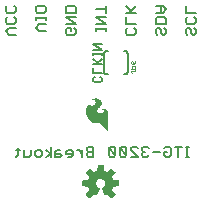
<source format=gbr>
G04 EAGLE Gerber RS-274X export*
G75*
%MOMM*%
%FSLAX34Y34*%
%LPD*%
%INSilkscreen Bottom*%
%IPPOS*%
%AMOC8*
5,1,8,0,0,1.08239X$1,22.5*%
G01*
%ADD10C,0.152400*%
%ADD11C,0.127000*%
%ADD12C,0.203200*%
%ADD13C,0.025400*%

G36*
X98220Y24784D02*
X98220Y24784D01*
X98328Y24794D01*
X98341Y24800D01*
X98355Y24802D01*
X98452Y24850D01*
X98551Y24895D01*
X98564Y24906D01*
X98573Y24910D01*
X98588Y24926D01*
X98665Y24988D01*
X101250Y27573D01*
X101313Y27662D01*
X101379Y27747D01*
X101384Y27760D01*
X101392Y27772D01*
X101423Y27875D01*
X101459Y27978D01*
X101459Y27992D01*
X101463Y28005D01*
X101459Y28113D01*
X101460Y28222D01*
X101455Y28235D01*
X101455Y28249D01*
X101417Y28351D01*
X101382Y28453D01*
X101373Y28468D01*
X101369Y28477D01*
X101355Y28494D01*
X101301Y28576D01*
X98537Y31966D01*
X99094Y33048D01*
X99100Y33068D01*
X99142Y33163D01*
X99513Y34322D01*
X103864Y34765D01*
X103968Y34793D01*
X104074Y34818D01*
X104086Y34825D01*
X104099Y34828D01*
X104189Y34889D01*
X104282Y34946D01*
X104290Y34957D01*
X104302Y34965D01*
X104368Y35051D01*
X104437Y35135D01*
X104441Y35148D01*
X104450Y35159D01*
X104484Y35262D01*
X104523Y35363D01*
X104524Y35381D01*
X104528Y35390D01*
X104528Y35412D01*
X104537Y35510D01*
X104537Y39166D01*
X104520Y39273D01*
X104506Y39381D01*
X104500Y39393D01*
X104498Y39407D01*
X104446Y39503D01*
X104399Y39600D01*
X104389Y39610D01*
X104383Y39622D01*
X104303Y39696D01*
X104227Y39773D01*
X104215Y39779D01*
X104205Y39789D01*
X104106Y39834D01*
X104009Y39882D01*
X103991Y39886D01*
X103982Y39890D01*
X103961Y39892D01*
X103864Y39911D01*
X99513Y40354D01*
X99142Y41513D01*
X99133Y41531D01*
X99131Y41538D01*
X99127Y41545D01*
X99094Y41628D01*
X98537Y42710D01*
X101301Y46100D01*
X101355Y46194D01*
X101412Y46286D01*
X101415Y46299D01*
X101422Y46311D01*
X101443Y46418D01*
X101468Y46523D01*
X101466Y46537D01*
X101469Y46551D01*
X101454Y46658D01*
X101444Y46766D01*
X101438Y46779D01*
X101436Y46793D01*
X101388Y46890D01*
X101343Y46989D01*
X101332Y47002D01*
X101328Y47011D01*
X101312Y47026D01*
X101250Y47103D01*
X98665Y49688D01*
X98576Y49751D01*
X98491Y49817D01*
X98478Y49822D01*
X98466Y49830D01*
X98363Y49861D01*
X98260Y49897D01*
X98246Y49897D01*
X98233Y49901D01*
X98125Y49897D01*
X98016Y49898D01*
X98003Y49893D01*
X97989Y49893D01*
X97887Y49855D01*
X97785Y49820D01*
X97770Y49811D01*
X97761Y49807D01*
X97744Y49793D01*
X97662Y49739D01*
X94272Y46975D01*
X93190Y47532D01*
X93170Y47538D01*
X93075Y47580D01*
X91916Y47951D01*
X91473Y52302D01*
X91445Y52406D01*
X91420Y52512D01*
X91413Y52524D01*
X91410Y52537D01*
X91349Y52627D01*
X91292Y52720D01*
X91281Y52728D01*
X91273Y52740D01*
X91187Y52806D01*
X91103Y52875D01*
X91090Y52879D01*
X91079Y52888D01*
X90976Y52922D01*
X90875Y52961D01*
X90857Y52962D01*
X90848Y52966D01*
X90826Y52966D01*
X90728Y52975D01*
X87072Y52975D01*
X86965Y52958D01*
X86857Y52944D01*
X86845Y52938D01*
X86831Y52936D01*
X86735Y52884D01*
X86638Y52837D01*
X86628Y52827D01*
X86616Y52821D01*
X86542Y52741D01*
X86465Y52665D01*
X86459Y52653D01*
X86449Y52643D01*
X86404Y52544D01*
X86356Y52447D01*
X86352Y52429D01*
X86348Y52420D01*
X86346Y52399D01*
X86327Y52302D01*
X85884Y47951D01*
X84725Y47580D01*
X84707Y47570D01*
X84610Y47532D01*
X83528Y46975D01*
X80138Y49739D01*
X80044Y49793D01*
X79952Y49850D01*
X79939Y49853D01*
X79927Y49860D01*
X79820Y49881D01*
X79715Y49906D01*
X79701Y49904D01*
X79687Y49907D01*
X79580Y49892D01*
X79472Y49882D01*
X79459Y49876D01*
X79446Y49874D01*
X79348Y49826D01*
X79249Y49781D01*
X79236Y49770D01*
X79227Y49766D01*
X79212Y49750D01*
X79135Y49688D01*
X76550Y47103D01*
X76487Y47014D01*
X76421Y46929D01*
X76416Y46916D01*
X76408Y46904D01*
X76377Y46801D01*
X76341Y46698D01*
X76341Y46684D01*
X76337Y46671D01*
X76341Y46563D01*
X76340Y46454D01*
X76345Y46441D01*
X76345Y46427D01*
X76383Y46325D01*
X76418Y46223D01*
X76427Y46208D01*
X76431Y46199D01*
X76445Y46182D01*
X76499Y46100D01*
X79263Y42710D01*
X78706Y41628D01*
X78700Y41608D01*
X78658Y41513D01*
X78287Y40354D01*
X73936Y39911D01*
X73832Y39883D01*
X73726Y39858D01*
X73714Y39851D01*
X73701Y39848D01*
X73611Y39787D01*
X73518Y39730D01*
X73510Y39719D01*
X73498Y39711D01*
X73432Y39625D01*
X73364Y39541D01*
X73359Y39528D01*
X73350Y39517D01*
X73316Y39414D01*
X73277Y39313D01*
X73276Y39295D01*
X73272Y39286D01*
X73273Y39264D01*
X73263Y39166D01*
X73263Y35510D01*
X73280Y35403D01*
X73294Y35295D01*
X73300Y35283D01*
X73302Y35269D01*
X73354Y35173D01*
X73401Y35076D01*
X73411Y35066D01*
X73417Y35054D01*
X73497Y34980D01*
X73573Y34903D01*
X73585Y34897D01*
X73596Y34887D01*
X73694Y34842D01*
X73791Y34794D01*
X73809Y34790D01*
X73818Y34786D01*
X73839Y34784D01*
X73936Y34765D01*
X78287Y34322D01*
X78658Y33163D01*
X78668Y33145D01*
X78706Y33048D01*
X79263Y31966D01*
X76499Y28576D01*
X76445Y28482D01*
X76388Y28390D01*
X76385Y28377D01*
X76378Y28365D01*
X76357Y28258D01*
X76332Y28153D01*
X76334Y28139D01*
X76331Y28125D01*
X76346Y28018D01*
X76356Y27910D01*
X76362Y27897D01*
X76364Y27884D01*
X76412Y27786D01*
X76457Y27687D01*
X76468Y27674D01*
X76472Y27665D01*
X76488Y27650D01*
X76550Y27573D01*
X79135Y24988D01*
X79224Y24925D01*
X79309Y24859D01*
X79322Y24854D01*
X79334Y24846D01*
X79437Y24815D01*
X79540Y24779D01*
X79554Y24779D01*
X79567Y24775D01*
X79675Y24779D01*
X79784Y24778D01*
X79797Y24783D01*
X79811Y24783D01*
X79913Y24821D01*
X80015Y24856D01*
X80030Y24865D01*
X80039Y24869D01*
X80056Y24883D01*
X80138Y24937D01*
X83528Y27701D01*
X84610Y27144D01*
X84663Y27127D01*
X84712Y27101D01*
X84778Y27090D01*
X84842Y27069D01*
X84898Y27070D01*
X84952Y27061D01*
X85019Y27072D01*
X85086Y27073D01*
X85138Y27091D01*
X85193Y27100D01*
X85253Y27132D01*
X85316Y27155D01*
X85359Y27189D01*
X85409Y27215D01*
X85455Y27264D01*
X85507Y27306D01*
X85538Y27353D01*
X85576Y27393D01*
X85632Y27498D01*
X85640Y27511D01*
X85641Y27516D01*
X85645Y27523D01*
X87798Y32720D01*
X87818Y32803D01*
X87823Y32816D01*
X87825Y32832D01*
X87850Y32917D01*
X87849Y32938D01*
X87854Y32958D01*
X87846Y33040D01*
X87847Y33059D01*
X87843Y33079D01*
X87839Y33160D01*
X87832Y33180D01*
X87830Y33201D01*
X87798Y33270D01*
X87792Y33297D01*
X87777Y33321D01*
X87751Y33388D01*
X87738Y33404D01*
X87729Y33423D01*
X87684Y33472D01*
X87664Y33504D01*
X87633Y33529D01*
X87595Y33575D01*
X87572Y33591D01*
X87562Y33601D01*
X87541Y33613D01*
X87476Y33658D01*
X87475Y33659D01*
X87474Y33660D01*
X86575Y34166D01*
X85888Y34810D01*
X85373Y35598D01*
X85061Y36486D01*
X84969Y37423D01*
X85102Y38355D01*
X85453Y39229D01*
X86002Y39994D01*
X86716Y40607D01*
X87556Y41032D01*
X88473Y41246D01*
X89414Y41236D01*
X90326Y41002D01*
X91156Y40559D01*
X91857Y39930D01*
X92389Y39153D01*
X92720Y38272D01*
X92833Y37337D01*
X92725Y36420D01*
X92405Y35552D01*
X91891Y34783D01*
X91212Y34156D01*
X90328Y33661D01*
X90286Y33628D01*
X90244Y33605D01*
X90213Y33572D01*
X90165Y33537D01*
X90153Y33521D01*
X90137Y33508D01*
X90102Y33453D01*
X90077Y33427D01*
X90064Y33397D01*
X90022Y33339D01*
X90016Y33320D01*
X90006Y33303D01*
X89987Y33228D01*
X89977Y33205D01*
X89974Y33181D01*
X89951Y33106D01*
X89952Y33086D01*
X89947Y33066D01*
X89954Y32980D01*
X89953Y32962D01*
X89956Y32946D01*
X89959Y32862D01*
X89967Y32837D01*
X89968Y32823D01*
X89978Y32801D01*
X90002Y32720D01*
X90931Y30477D01*
X90931Y30476D01*
X91862Y28229D01*
X91863Y28229D01*
X92155Y27523D01*
X92184Y27476D01*
X92205Y27424D01*
X92248Y27373D01*
X92284Y27316D01*
X92327Y27281D01*
X92363Y27238D01*
X92420Y27204D01*
X92472Y27161D01*
X92524Y27142D01*
X92572Y27113D01*
X92638Y27099D01*
X92701Y27075D01*
X92756Y27073D01*
X92810Y27062D01*
X92877Y27069D01*
X92944Y27067D01*
X92998Y27083D01*
X93053Y27090D01*
X93164Y27134D01*
X93178Y27138D01*
X93182Y27141D01*
X93190Y27144D01*
X94272Y27701D01*
X97662Y24937D01*
X97756Y24883D01*
X97848Y24826D01*
X97861Y24823D01*
X97873Y24816D01*
X97980Y24795D01*
X98085Y24770D01*
X98099Y24772D01*
X98113Y24769D01*
X98220Y24784D01*
G37*
G36*
X95294Y81198D02*
X95294Y81198D01*
X95336Y81213D01*
X95338Y81218D01*
X95342Y81220D01*
X95371Y81293D01*
X95375Y81304D01*
X95375Y81305D01*
X95375Y96469D01*
X95373Y96474D01*
X95375Y96480D01*
X95305Y97311D01*
X95299Y97322D01*
X95300Y97337D01*
X95060Y98136D01*
X95052Y98146D01*
X95050Y98160D01*
X94649Y98892D01*
X94639Y98900D01*
X94634Y98913D01*
X94164Y99463D01*
X94153Y99468D01*
X94146Y99480D01*
X93576Y99925D01*
X93564Y99928D01*
X93554Y99938D01*
X92906Y100259D01*
X92894Y100260D01*
X92882Y100268D01*
X92183Y100452D01*
X92172Y100451D01*
X92161Y100456D01*
X91221Y100529D01*
X91212Y100526D01*
X91201Y100529D01*
X90261Y100456D01*
X90257Y100454D01*
X90251Y100455D01*
X89768Y100379D01*
X89729Y100354D01*
X89689Y100333D01*
X89688Y100329D01*
X89685Y100327D01*
X89675Y100282D01*
X89663Y100238D01*
X89665Y100234D01*
X89664Y100230D01*
X89689Y100192D01*
X89713Y100153D01*
X89717Y100152D01*
X89719Y100149D01*
X89760Y100140D01*
X89800Y100128D01*
X89958Y100144D01*
X90096Y100116D01*
X90229Y100045D01*
X91053Y99446D01*
X91171Y99332D01*
X91243Y99194D01*
X91336Y98779D01*
X91336Y98351D01*
X91243Y97935D01*
X91037Y97531D01*
X90724Y97203D01*
X90118Y96838D01*
X89440Y96631D01*
X88729Y96596D01*
X88119Y96693D01*
X87533Y96891D01*
X86990Y97184D01*
X86565Y97549D01*
X86250Y98009D01*
X86064Y98534D01*
X86021Y99090D01*
X86123Y99638D01*
X86363Y100141D01*
X86733Y100576D01*
X86931Y100786D01*
X87526Y101417D01*
X88121Y102048D01*
X88186Y102117D01*
X88189Y102127D01*
X88198Y102133D01*
X89385Y103891D01*
X89387Y103904D01*
X89397Y103914D01*
X89677Y104602D01*
X89676Y104617D01*
X89685Y104632D01*
X89784Y105367D01*
X89780Y105382D01*
X89785Y105399D01*
X89698Y106136D01*
X89690Y106149D01*
X89690Y106167D01*
X89423Y106859D01*
X89412Y106870D01*
X89408Y106887D01*
X88977Y107490D01*
X88967Y107497D01*
X88961Y107509D01*
X88265Y108167D01*
X88257Y108170D01*
X88252Y108178D01*
X87475Y108738D01*
X87465Y108741D01*
X87457Y108749D01*
X86677Y109137D01*
X86665Y109138D01*
X86654Y109146D01*
X85814Y109377D01*
X85802Y109376D01*
X85790Y109382D01*
X84922Y109448D01*
X84912Y109444D01*
X84900Y109448D01*
X84000Y109362D01*
X83991Y109358D01*
X83981Y109359D01*
X83103Y109139D01*
X83095Y109133D01*
X83083Y109132D01*
X82855Y109031D01*
X82499Y108879D01*
X82498Y108879D01*
X81994Y108658D01*
X81984Y108647D01*
X81967Y108642D01*
X81532Y108304D01*
X81529Y108297D01*
X81521Y108293D01*
X81496Y108268D01*
X81493Y108267D01*
X81458Y108175D01*
X81499Y108086D01*
X81584Y108053D01*
X82187Y108053D01*
X82698Y107996D01*
X83188Y107857D01*
X83669Y107602D01*
X84064Y107232D01*
X84350Y106772D01*
X84507Y106253D01*
X84519Y105950D01*
X84460Y105650D01*
X84254Y105156D01*
X83971Y104698D01*
X83620Y104288D01*
X83208Y103934D01*
X82306Y103283D01*
X81818Y103034D01*
X81289Y102936D01*
X80750Y102994D01*
X80576Y103059D01*
X80215Y103307D01*
X79941Y103647D01*
X79897Y103750D01*
X79881Y103870D01*
X79881Y104750D01*
X79864Y104791D01*
X79850Y104833D01*
X79845Y104836D01*
X79843Y104841D01*
X79802Y104857D01*
X79762Y104876D01*
X79756Y104874D01*
X79751Y104876D01*
X79724Y104864D01*
X79675Y104848D01*
X78549Y103927D01*
X78543Y103915D01*
X78531Y103908D01*
X77624Y102771D01*
X77621Y102760D01*
X77612Y102752D01*
X77110Y101818D01*
X77109Y101808D01*
X77103Y101800D01*
X76745Y100803D01*
X76745Y100793D01*
X76740Y100784D01*
X76533Y99745D01*
X76535Y99735D01*
X76534Y99733D01*
X76535Y99733D01*
X76531Y99724D01*
X76471Y97796D01*
X76475Y97785D01*
X76472Y97773D01*
X76760Y95866D01*
X76766Y95856D01*
X76766Y95844D01*
X77394Y94020D01*
X77401Y94011D01*
X77403Y93999D01*
X78350Y92318D01*
X78358Y92312D01*
X78361Y92301D01*
X79246Y91194D01*
X79253Y91191D01*
X79255Y91185D01*
X79256Y91185D01*
X79258Y91181D01*
X80289Y90209D01*
X80297Y90206D01*
X80303Y90198D01*
X81460Y89381D01*
X81470Y89379D01*
X81478Y89371D01*
X82708Y88771D01*
X82719Y88770D01*
X82729Y88762D01*
X84048Y88394D01*
X84059Y88396D01*
X84070Y88390D01*
X85434Y88266D01*
X85439Y88268D01*
X85445Y88266D01*
X87720Y88266D01*
X88088Y88201D01*
X88439Y88074D01*
X89429Y87485D01*
X90283Y86703D01*
X95155Y81221D01*
X95159Y81219D01*
X95161Y81214D01*
X95203Y81198D01*
X95244Y81179D01*
X95248Y81181D01*
X95253Y81179D01*
X95294Y81198D01*
G37*
D10*
X163653Y59690D02*
X160772Y59690D01*
X162213Y59690D02*
X162213Y68333D01*
X163653Y68333D02*
X160772Y68333D01*
X154535Y68333D02*
X154535Y59690D01*
X157416Y68333D02*
X151654Y68333D01*
X143739Y68333D02*
X142299Y66893D01*
X143739Y68333D02*
X146621Y68333D01*
X148061Y66893D01*
X148061Y61131D01*
X146621Y59690D01*
X143739Y59690D01*
X142299Y61131D01*
X142299Y64012D01*
X145180Y64012D01*
X138706Y64012D02*
X132944Y64012D01*
X129351Y66893D02*
X127910Y68333D01*
X125029Y68333D01*
X123589Y66893D01*
X123589Y65452D01*
X125029Y64012D01*
X126470Y64012D01*
X125029Y64012D02*
X123589Y62571D01*
X123589Y61131D01*
X125029Y59690D01*
X127910Y59690D01*
X129351Y61131D01*
X119996Y59690D02*
X114233Y59690D01*
X114233Y65452D02*
X119996Y59690D01*
X114233Y65452D02*
X114233Y66893D01*
X115674Y68333D01*
X118555Y68333D01*
X119996Y66893D01*
X110640Y66893D02*
X110640Y61131D01*
X110640Y66893D02*
X109200Y68333D01*
X106319Y68333D01*
X104878Y66893D01*
X104878Y61131D01*
X106319Y59690D01*
X109200Y59690D01*
X110640Y61131D01*
X104878Y66893D01*
X101285Y66893D02*
X101285Y61131D01*
X101285Y66893D02*
X99845Y68333D01*
X96964Y68333D01*
X95523Y66893D01*
X95523Y61131D01*
X96964Y59690D01*
X99845Y59690D01*
X101285Y61131D01*
X95523Y66893D01*
X82575Y68333D02*
X82575Y59690D01*
X82575Y68333D02*
X78253Y68333D01*
X76813Y66893D01*
X76813Y65452D01*
X78253Y64012D01*
X76813Y62571D01*
X76813Y61131D01*
X78253Y59690D01*
X82575Y59690D01*
X82575Y64012D02*
X78253Y64012D01*
X73220Y65452D02*
X73220Y59690D01*
X73220Y62571D02*
X70339Y65452D01*
X68898Y65452D01*
X63983Y59690D02*
X61102Y59690D01*
X63983Y59690D02*
X65424Y61131D01*
X65424Y64012D01*
X63983Y65452D01*
X61102Y65452D01*
X59661Y64012D01*
X59661Y62571D01*
X65424Y62571D01*
X54628Y65452D02*
X51747Y65452D01*
X50306Y64012D01*
X50306Y59690D01*
X54628Y59690D01*
X56069Y61131D01*
X54628Y62571D01*
X50306Y62571D01*
X46713Y59690D02*
X46713Y68333D01*
X46713Y62571D02*
X42392Y59690D01*
X46713Y62571D02*
X42392Y65452D01*
X37477Y59690D02*
X34596Y59690D01*
X33155Y61131D01*
X33155Y64012D01*
X34596Y65452D01*
X37477Y65452D01*
X38917Y64012D01*
X38917Y61131D01*
X37477Y59690D01*
X29562Y61131D02*
X29562Y65452D01*
X29562Y61131D02*
X28122Y59690D01*
X23800Y59690D01*
X23800Y65452D01*
X18766Y66893D02*
X18766Y61131D01*
X17326Y59690D01*
X17326Y65452D02*
X20207Y65452D01*
X17025Y163196D02*
X11263Y163196D01*
X8382Y166078D01*
X11263Y168959D01*
X17025Y168959D01*
X17025Y176873D02*
X15585Y178314D01*
X17025Y176873D02*
X17025Y173992D01*
X15585Y172552D01*
X9823Y172552D01*
X8382Y173992D01*
X8382Y176873D01*
X9823Y178314D01*
X17025Y186229D02*
X15585Y187669D01*
X17025Y186229D02*
X17025Y183347D01*
X15585Y181907D01*
X9823Y181907D01*
X8382Y183347D01*
X8382Y186229D01*
X9823Y187669D01*
X36663Y166315D02*
X42425Y166315D01*
X36663Y166315D02*
X33782Y169196D01*
X36663Y172077D01*
X42425Y172077D01*
X33782Y175670D02*
X33782Y178551D01*
X33782Y177111D02*
X42425Y177111D01*
X42425Y178551D02*
X42425Y175670D01*
X42425Y183347D02*
X42425Y186228D01*
X42425Y183347D02*
X40985Y181907D01*
X35223Y181907D01*
X33782Y183347D01*
X33782Y186228D01*
X35223Y187669D01*
X40985Y187669D01*
X42425Y186228D01*
X66385Y168959D02*
X67825Y167518D01*
X67825Y164637D01*
X66385Y163196D01*
X60623Y163196D01*
X59182Y164637D01*
X59182Y167518D01*
X60623Y168959D01*
X63504Y168959D01*
X63504Y166078D01*
X67825Y172552D02*
X59182Y172552D01*
X59182Y178314D02*
X67825Y172552D01*
X67825Y178314D02*
X59182Y178314D01*
X59182Y181907D02*
X67825Y181907D01*
X59182Y181907D02*
X59182Y186229D01*
X60623Y187669D01*
X66385Y187669D01*
X67825Y186229D01*
X67825Y181907D01*
X84582Y169196D02*
X84582Y166315D01*
X84582Y167755D02*
X93225Y167755D01*
X93225Y166315D02*
X93225Y169196D01*
X93225Y172552D02*
X84582Y172552D01*
X84582Y178314D02*
X93225Y172552D01*
X93225Y178314D02*
X84582Y178314D01*
X84582Y184788D02*
X93225Y184788D01*
X93225Y181907D02*
X93225Y187669D01*
X117185Y168959D02*
X118625Y167518D01*
X118625Y164637D01*
X117185Y163196D01*
X111423Y163196D01*
X109982Y164637D01*
X109982Y167518D01*
X111423Y168959D01*
X109982Y172552D02*
X118625Y172552D01*
X109982Y172552D02*
X109982Y178314D01*
X109982Y181907D02*
X118625Y181907D01*
X112863Y181907D02*
X118625Y187669D01*
X114304Y183347D02*
X109982Y187669D01*
X142585Y168959D02*
X144025Y167518D01*
X144025Y164637D01*
X142585Y163196D01*
X141144Y163196D01*
X139704Y164637D01*
X139704Y167518D01*
X138263Y168959D01*
X136823Y168959D01*
X135382Y167518D01*
X135382Y164637D01*
X136823Y163196D01*
X135382Y172552D02*
X144025Y172552D01*
X135382Y172552D02*
X135382Y176873D01*
X136823Y178314D01*
X142585Y178314D01*
X144025Y176873D01*
X144025Y172552D01*
X141144Y181907D02*
X135382Y181907D01*
X141144Y181907D02*
X144025Y184788D01*
X141144Y187669D01*
X135382Y187669D01*
X139704Y187669D02*
X139704Y181907D01*
X167985Y168959D02*
X169425Y167518D01*
X169425Y164637D01*
X167985Y163196D01*
X166544Y163196D01*
X165104Y164637D01*
X165104Y167518D01*
X163663Y168959D01*
X162223Y168959D01*
X160782Y167518D01*
X160782Y164637D01*
X162223Y163196D01*
X169425Y176873D02*
X167985Y178314D01*
X169425Y176873D02*
X169425Y173992D01*
X167985Y172552D01*
X162223Y172552D01*
X160782Y173992D01*
X160782Y176873D01*
X162223Y178314D01*
X160782Y181907D02*
X169425Y181907D01*
X160782Y181907D02*
X160782Y187669D01*
D11*
X89541Y126621D02*
X88397Y127765D01*
X89541Y126621D02*
X89541Y124333D01*
X88397Y123189D01*
X83821Y123189D01*
X82677Y124333D01*
X82677Y126621D01*
X83821Y127765D01*
X82677Y130673D02*
X89541Y130673D01*
X82677Y130673D02*
X82677Y135249D01*
X82677Y138157D02*
X89541Y138157D01*
X84965Y138157D02*
X89541Y142733D01*
X86109Y139301D02*
X82677Y142733D01*
X82677Y145641D02*
X82677Y147929D01*
X82677Y146785D02*
X89541Y146785D01*
X89541Y145641D02*
X89541Y147929D01*
X89541Y150631D02*
X82677Y150631D01*
X82677Y155207D02*
X89541Y150631D01*
X89541Y155207D02*
X82677Y155207D01*
D12*
X91600Y147700D02*
X91600Y131700D01*
X108600Y149700D02*
X108698Y149718D01*
X108798Y149732D01*
X108897Y149742D01*
X108997Y149748D01*
X109097Y149750D01*
X109197Y149748D01*
X109297Y149742D01*
X109397Y149733D01*
X109496Y149719D01*
X109595Y149702D01*
X109693Y149680D01*
X109790Y149655D01*
X109885Y149626D01*
X109980Y149593D01*
X110073Y149557D01*
X110165Y149517D01*
X110255Y149473D01*
X110344Y149426D01*
X110430Y149376D01*
X110514Y149322D01*
X110597Y149265D01*
X110677Y149204D01*
X110754Y149141D01*
X110829Y149074D01*
X110901Y149005D01*
X110971Y148933D01*
X111037Y148858D01*
X111101Y148781D01*
X111161Y148701D01*
X111219Y148619D01*
X111273Y148535D01*
X111324Y148448D01*
X111371Y148360D01*
X111415Y148270D01*
X111455Y148178D01*
X111491Y148085D01*
X111524Y147991D01*
X111554Y147895D01*
X111579Y147798D01*
X111600Y147700D01*
X111600Y131700D02*
X111579Y131602D01*
X111554Y131505D01*
X111524Y131409D01*
X111491Y131315D01*
X111455Y131222D01*
X111415Y131130D01*
X111371Y131040D01*
X111324Y130952D01*
X111273Y130865D01*
X111219Y130781D01*
X111161Y130699D01*
X111101Y130619D01*
X111037Y130542D01*
X110971Y130467D01*
X110901Y130395D01*
X110829Y130326D01*
X110754Y130259D01*
X110677Y130196D01*
X110597Y130135D01*
X110514Y130078D01*
X110430Y130024D01*
X110344Y129974D01*
X110255Y129927D01*
X110165Y129883D01*
X110073Y129843D01*
X109980Y129807D01*
X109885Y129774D01*
X109790Y129745D01*
X109693Y129720D01*
X109595Y129698D01*
X109496Y129681D01*
X109397Y129667D01*
X109297Y129658D01*
X109197Y129652D01*
X109097Y129650D01*
X108997Y129652D01*
X108897Y129658D01*
X108798Y129668D01*
X108698Y129682D01*
X108600Y129700D01*
X94600Y129700D02*
X94502Y129682D01*
X94402Y129668D01*
X94303Y129658D01*
X94203Y129652D01*
X94103Y129650D01*
X94003Y129652D01*
X93903Y129658D01*
X93803Y129667D01*
X93704Y129681D01*
X93605Y129698D01*
X93507Y129720D01*
X93410Y129745D01*
X93315Y129774D01*
X93220Y129807D01*
X93127Y129843D01*
X93035Y129883D01*
X92945Y129927D01*
X92856Y129974D01*
X92770Y130024D01*
X92686Y130078D01*
X92603Y130135D01*
X92523Y130196D01*
X92446Y130259D01*
X92371Y130326D01*
X92299Y130395D01*
X92229Y130467D01*
X92163Y130542D01*
X92099Y130619D01*
X92039Y130699D01*
X91981Y130781D01*
X91927Y130865D01*
X91876Y130952D01*
X91829Y131040D01*
X91785Y131130D01*
X91745Y131222D01*
X91709Y131315D01*
X91676Y131409D01*
X91646Y131505D01*
X91621Y131602D01*
X91600Y131700D01*
X91600Y147700D02*
X91621Y147798D01*
X91646Y147895D01*
X91676Y147991D01*
X91709Y148085D01*
X91745Y148178D01*
X91785Y148270D01*
X91829Y148360D01*
X91876Y148448D01*
X91927Y148535D01*
X91981Y148619D01*
X92039Y148701D01*
X92099Y148781D01*
X92163Y148858D01*
X92229Y148933D01*
X92299Y149005D01*
X92371Y149074D01*
X92446Y149141D01*
X92523Y149204D01*
X92603Y149265D01*
X92686Y149322D01*
X92770Y149376D01*
X92856Y149426D01*
X92945Y149473D01*
X93035Y149517D01*
X93127Y149557D01*
X93220Y149593D01*
X93315Y149626D01*
X93410Y149655D01*
X93507Y149680D01*
X93605Y149702D01*
X93704Y149719D01*
X93803Y149733D01*
X93903Y149742D01*
X94003Y149748D01*
X94103Y149750D01*
X94203Y149748D01*
X94303Y149742D01*
X94402Y149732D01*
X94502Y149718D01*
X94600Y149700D01*
X111600Y147700D02*
X111600Y131700D01*
D13*
X114427Y131383D02*
X115063Y130747D01*
X114427Y131383D02*
X114427Y132018D01*
X115063Y132654D01*
X118240Y132654D01*
X118240Y133289D02*
X118240Y132018D01*
X118240Y134489D02*
X114427Y134489D01*
X118240Y134489D02*
X118240Y136396D01*
X117605Y137031D01*
X116334Y137031D01*
X115698Y136396D01*
X115698Y134489D01*
X117605Y139502D02*
X118240Y140773D01*
X117605Y139502D02*
X116334Y138231D01*
X115063Y138231D01*
X114427Y138867D01*
X114427Y140138D01*
X115063Y140773D01*
X115698Y140773D01*
X116334Y140138D01*
X116334Y138231D01*
M02*

</source>
